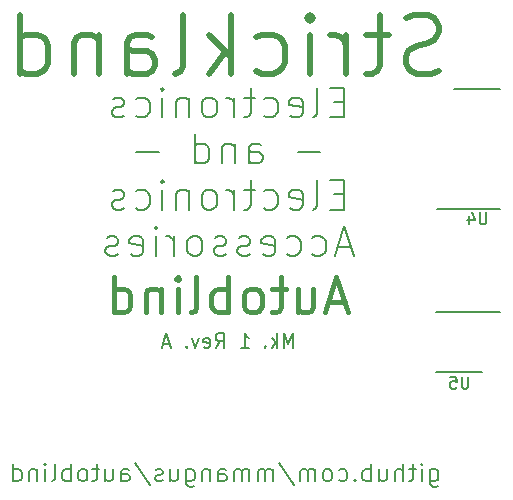
<source format=gbr>
%TF.GenerationSoftware,KiCad,Pcbnew,(5.1.9)-1*%
%TF.CreationDate,2020-12-29T21:02:10-08:00*%
%TF.ProjectId,Autoblind,4175746f-626c-4696-9e64-2e6b69636164,rev?*%
%TF.SameCoordinates,Original*%
%TF.FileFunction,Legend,Bot*%
%TF.FilePolarity,Positive*%
%FSLAX46Y46*%
G04 Gerber Fmt 4.6, Leading zero omitted, Abs format (unit mm)*
G04 Created by KiCad (PCBNEW (5.1.9)-1) date 2020-12-29 21:02:10*
%MOMM*%
%LPD*%
G01*
G04 APERTURE LIST*
%ADD10C,0.160000*%
%ADD11C,0.400000*%
%ADD12C,0.500000*%
G04 APERTURE END LIST*
D10*
X72033714Y-119668857D02*
X72033714Y-118468857D01*
X71633714Y-119326000D01*
X71233714Y-118468857D01*
X71233714Y-119668857D01*
X70662285Y-119668857D02*
X70662285Y-118468857D01*
X70548000Y-119211714D02*
X70205142Y-119668857D01*
X70205142Y-118868857D02*
X70662285Y-119326000D01*
X69690857Y-119554571D02*
X69633714Y-119611714D01*
X69690857Y-119668857D01*
X69748000Y-119611714D01*
X69690857Y-119554571D01*
X69690857Y-119668857D01*
X67576571Y-119668857D02*
X68262285Y-119668857D01*
X67919428Y-119668857D02*
X67919428Y-118468857D01*
X68033714Y-118640285D01*
X68148000Y-118754571D01*
X68262285Y-118811714D01*
X65462285Y-119668857D02*
X65862285Y-119097428D01*
X66148000Y-119668857D02*
X66148000Y-118468857D01*
X65690857Y-118468857D01*
X65576571Y-118526000D01*
X65519428Y-118583142D01*
X65462285Y-118697428D01*
X65462285Y-118868857D01*
X65519428Y-118983142D01*
X65576571Y-119040285D01*
X65690857Y-119097428D01*
X66148000Y-119097428D01*
X64490857Y-119611714D02*
X64605142Y-119668857D01*
X64833714Y-119668857D01*
X64948000Y-119611714D01*
X65005142Y-119497428D01*
X65005142Y-119040285D01*
X64948000Y-118926000D01*
X64833714Y-118868857D01*
X64605142Y-118868857D01*
X64490857Y-118926000D01*
X64433714Y-119040285D01*
X64433714Y-119154571D01*
X65005142Y-119268857D01*
X64033714Y-118868857D02*
X63748000Y-119668857D01*
X63462285Y-118868857D01*
X63005142Y-119554571D02*
X62948000Y-119611714D01*
X63005142Y-119668857D01*
X63062285Y-119611714D01*
X63005142Y-119554571D01*
X63005142Y-119668857D01*
X61576571Y-119326000D02*
X61005142Y-119326000D01*
X61690857Y-119668857D02*
X61290857Y-118468857D01*
X60890857Y-119668857D01*
X83615428Y-129980571D02*
X83615428Y-131194857D01*
X83686857Y-131337714D01*
X83758285Y-131409142D01*
X83901142Y-131480571D01*
X84115428Y-131480571D01*
X84258285Y-131409142D01*
X83615428Y-130909142D02*
X83758285Y-130980571D01*
X84044000Y-130980571D01*
X84186857Y-130909142D01*
X84258285Y-130837714D01*
X84329714Y-130694857D01*
X84329714Y-130266285D01*
X84258285Y-130123428D01*
X84186857Y-130052000D01*
X84044000Y-129980571D01*
X83758285Y-129980571D01*
X83615428Y-130052000D01*
X82901142Y-130980571D02*
X82901142Y-129980571D01*
X82901142Y-129480571D02*
X82972571Y-129552000D01*
X82901142Y-129623428D01*
X82829714Y-129552000D01*
X82901142Y-129480571D01*
X82901142Y-129623428D01*
X82401142Y-129980571D02*
X81829714Y-129980571D01*
X82186857Y-129480571D02*
X82186857Y-130766285D01*
X82115428Y-130909142D01*
X81972571Y-130980571D01*
X81829714Y-130980571D01*
X81329714Y-130980571D02*
X81329714Y-129480571D01*
X80686857Y-130980571D02*
X80686857Y-130194857D01*
X80758285Y-130052000D01*
X80901142Y-129980571D01*
X81115428Y-129980571D01*
X81258285Y-130052000D01*
X81329714Y-130123428D01*
X79329714Y-129980571D02*
X79329714Y-130980571D01*
X79972571Y-129980571D02*
X79972571Y-130766285D01*
X79901142Y-130909142D01*
X79758285Y-130980571D01*
X79544000Y-130980571D01*
X79401142Y-130909142D01*
X79329714Y-130837714D01*
X78615428Y-130980571D02*
X78615428Y-129480571D01*
X78615428Y-130052000D02*
X78472571Y-129980571D01*
X78186857Y-129980571D01*
X78044000Y-130052000D01*
X77972571Y-130123428D01*
X77901142Y-130266285D01*
X77901142Y-130694857D01*
X77972571Y-130837714D01*
X78044000Y-130909142D01*
X78186857Y-130980571D01*
X78472571Y-130980571D01*
X78615428Y-130909142D01*
X77258285Y-130837714D02*
X77186857Y-130909142D01*
X77258285Y-130980571D01*
X77329714Y-130909142D01*
X77258285Y-130837714D01*
X77258285Y-130980571D01*
X75901142Y-130909142D02*
X76044000Y-130980571D01*
X76329714Y-130980571D01*
X76472571Y-130909142D01*
X76544000Y-130837714D01*
X76615428Y-130694857D01*
X76615428Y-130266285D01*
X76544000Y-130123428D01*
X76472571Y-130052000D01*
X76329714Y-129980571D01*
X76044000Y-129980571D01*
X75901142Y-130052000D01*
X75044000Y-130980571D02*
X75186857Y-130909142D01*
X75258285Y-130837714D01*
X75329714Y-130694857D01*
X75329714Y-130266285D01*
X75258285Y-130123428D01*
X75186857Y-130052000D01*
X75044000Y-129980571D01*
X74829714Y-129980571D01*
X74686857Y-130052000D01*
X74615428Y-130123428D01*
X74544000Y-130266285D01*
X74544000Y-130694857D01*
X74615428Y-130837714D01*
X74686857Y-130909142D01*
X74829714Y-130980571D01*
X75044000Y-130980571D01*
X73901142Y-130980571D02*
X73901142Y-129980571D01*
X73901142Y-130123428D02*
X73829714Y-130052000D01*
X73686857Y-129980571D01*
X73472571Y-129980571D01*
X73329714Y-130052000D01*
X73258285Y-130194857D01*
X73258285Y-130980571D01*
X73258285Y-130194857D02*
X73186857Y-130052000D01*
X73044000Y-129980571D01*
X72829714Y-129980571D01*
X72686857Y-130052000D01*
X72615428Y-130194857D01*
X72615428Y-130980571D01*
X70829714Y-129409142D02*
X72115428Y-131337714D01*
X70329714Y-130980571D02*
X70329714Y-129980571D01*
X70329714Y-130123428D02*
X70258285Y-130052000D01*
X70115428Y-129980571D01*
X69901142Y-129980571D01*
X69758285Y-130052000D01*
X69686857Y-130194857D01*
X69686857Y-130980571D01*
X69686857Y-130194857D02*
X69615428Y-130052000D01*
X69472571Y-129980571D01*
X69258285Y-129980571D01*
X69115428Y-130052000D01*
X69044000Y-130194857D01*
X69044000Y-130980571D01*
X68329714Y-130980571D02*
X68329714Y-129980571D01*
X68329714Y-130123428D02*
X68258285Y-130052000D01*
X68115428Y-129980571D01*
X67901142Y-129980571D01*
X67758285Y-130052000D01*
X67686857Y-130194857D01*
X67686857Y-130980571D01*
X67686857Y-130194857D02*
X67615428Y-130052000D01*
X67472571Y-129980571D01*
X67258285Y-129980571D01*
X67115428Y-130052000D01*
X67044000Y-130194857D01*
X67044000Y-130980571D01*
X65686857Y-130980571D02*
X65686857Y-130194857D01*
X65758285Y-130052000D01*
X65901142Y-129980571D01*
X66186857Y-129980571D01*
X66329714Y-130052000D01*
X65686857Y-130909142D02*
X65829714Y-130980571D01*
X66186857Y-130980571D01*
X66329714Y-130909142D01*
X66401142Y-130766285D01*
X66401142Y-130623428D01*
X66329714Y-130480571D01*
X66186857Y-130409142D01*
X65829714Y-130409142D01*
X65686857Y-130337714D01*
X64972571Y-129980571D02*
X64972571Y-130980571D01*
X64972571Y-130123428D02*
X64901142Y-130052000D01*
X64758285Y-129980571D01*
X64543999Y-129980571D01*
X64401142Y-130052000D01*
X64329714Y-130194857D01*
X64329714Y-130980571D01*
X62972571Y-129980571D02*
X62972571Y-131194857D01*
X63043999Y-131337714D01*
X63115428Y-131409142D01*
X63258285Y-131480571D01*
X63472571Y-131480571D01*
X63615428Y-131409142D01*
X62972571Y-130909142D02*
X63115428Y-130980571D01*
X63401142Y-130980571D01*
X63543999Y-130909142D01*
X63615428Y-130837714D01*
X63686857Y-130694857D01*
X63686857Y-130266285D01*
X63615428Y-130123428D01*
X63543999Y-130052000D01*
X63401142Y-129980571D01*
X63115428Y-129980571D01*
X62972571Y-130052000D01*
X61615428Y-129980571D02*
X61615428Y-130980571D01*
X62258285Y-129980571D02*
X62258285Y-130766285D01*
X62186857Y-130909142D01*
X62044000Y-130980571D01*
X61829714Y-130980571D01*
X61686857Y-130909142D01*
X61615428Y-130837714D01*
X60972571Y-130909142D02*
X60829714Y-130980571D01*
X60544000Y-130980571D01*
X60401142Y-130909142D01*
X60329714Y-130766285D01*
X60329714Y-130694857D01*
X60401142Y-130552000D01*
X60544000Y-130480571D01*
X60758285Y-130480571D01*
X60901142Y-130409142D01*
X60972571Y-130266285D01*
X60972571Y-130194857D01*
X60901142Y-130052000D01*
X60758285Y-129980571D01*
X60544000Y-129980571D01*
X60401142Y-130052000D01*
X58615428Y-129409142D02*
X59901142Y-131337714D01*
X57472571Y-130980571D02*
X57472571Y-130194857D01*
X57544000Y-130052000D01*
X57686857Y-129980571D01*
X57972571Y-129980571D01*
X58115428Y-130052000D01*
X57472571Y-130909142D02*
X57615428Y-130980571D01*
X57972571Y-130980571D01*
X58115428Y-130909142D01*
X58186857Y-130766285D01*
X58186857Y-130623428D01*
X58115428Y-130480571D01*
X57972571Y-130409142D01*
X57615428Y-130409142D01*
X57472571Y-130337714D01*
X56115428Y-129980571D02*
X56115428Y-130980571D01*
X56758285Y-129980571D02*
X56758285Y-130766285D01*
X56686857Y-130909142D01*
X56544000Y-130980571D01*
X56329714Y-130980571D01*
X56186857Y-130909142D01*
X56115428Y-130837714D01*
X55615428Y-129980571D02*
X55044000Y-129980571D01*
X55401142Y-129480571D02*
X55401142Y-130766285D01*
X55329714Y-130909142D01*
X55186857Y-130980571D01*
X55044000Y-130980571D01*
X54329714Y-130980571D02*
X54472571Y-130909142D01*
X54544000Y-130837714D01*
X54615428Y-130694857D01*
X54615428Y-130266285D01*
X54544000Y-130123428D01*
X54472571Y-130052000D01*
X54329714Y-129980571D01*
X54115428Y-129980571D01*
X53972571Y-130052000D01*
X53901142Y-130123428D01*
X53829714Y-130266285D01*
X53829714Y-130694857D01*
X53901142Y-130837714D01*
X53972571Y-130909142D01*
X54115428Y-130980571D01*
X54329714Y-130980571D01*
X53186857Y-130980571D02*
X53186857Y-129480571D01*
X53186857Y-130052000D02*
X53044000Y-129980571D01*
X52758285Y-129980571D01*
X52615428Y-130052000D01*
X52544000Y-130123428D01*
X52472571Y-130266285D01*
X52472571Y-130694857D01*
X52544000Y-130837714D01*
X52615428Y-130909142D01*
X52758285Y-130980571D01*
X53044000Y-130980571D01*
X53186857Y-130909142D01*
X51615428Y-130980571D02*
X51758285Y-130909142D01*
X51829714Y-130766285D01*
X51829714Y-129480571D01*
X51044000Y-130980571D02*
X51044000Y-129980571D01*
X51044000Y-129480571D02*
X51115428Y-129552000D01*
X51044000Y-129623428D01*
X50972571Y-129552000D01*
X51044000Y-129480571D01*
X51044000Y-129623428D01*
X50329714Y-129980571D02*
X50329714Y-130980571D01*
X50329714Y-130123428D02*
X50258285Y-130052000D01*
X50115428Y-129980571D01*
X49901142Y-129980571D01*
X49758285Y-130052000D01*
X49686857Y-130194857D01*
X49686857Y-130980571D01*
X48329714Y-130980571D02*
X48329714Y-129480571D01*
X48329714Y-130909142D02*
X48472571Y-130980571D01*
X48758285Y-130980571D01*
X48901142Y-130909142D01*
X48972571Y-130837714D01*
X49044000Y-130694857D01*
X49044000Y-130266285D01*
X48972571Y-130123428D01*
X48901142Y-130052000D01*
X48758285Y-129980571D01*
X48472571Y-129980571D01*
X48329714Y-130052000D01*
D11*
X76405142Y-115816000D02*
X74976571Y-115816000D01*
X76690857Y-116673142D02*
X75690857Y-113673142D01*
X74690857Y-116673142D01*
X72405142Y-114673142D02*
X72405142Y-116673142D01*
X73690857Y-114673142D02*
X73690857Y-116244571D01*
X73548000Y-116530285D01*
X73262285Y-116673142D01*
X72833714Y-116673142D01*
X72548000Y-116530285D01*
X72405142Y-116387428D01*
X71405142Y-114673142D02*
X70262285Y-114673142D01*
X70976571Y-113673142D02*
X70976571Y-116244571D01*
X70833714Y-116530285D01*
X70548000Y-116673142D01*
X70262285Y-116673142D01*
X68833714Y-116673142D02*
X69119428Y-116530285D01*
X69262285Y-116387428D01*
X69405142Y-116101714D01*
X69405142Y-115244571D01*
X69262285Y-114958857D01*
X69119428Y-114816000D01*
X68833714Y-114673142D01*
X68405142Y-114673142D01*
X68119428Y-114816000D01*
X67976571Y-114958857D01*
X67833714Y-115244571D01*
X67833714Y-116101714D01*
X67976571Y-116387428D01*
X68119428Y-116530285D01*
X68405142Y-116673142D01*
X68833714Y-116673142D01*
X66548000Y-116673142D02*
X66548000Y-113673142D01*
X66548000Y-114816000D02*
X66262285Y-114673142D01*
X65690857Y-114673142D01*
X65405142Y-114816000D01*
X65262285Y-114958857D01*
X65119428Y-115244571D01*
X65119428Y-116101714D01*
X65262285Y-116387428D01*
X65405142Y-116530285D01*
X65690857Y-116673142D01*
X66262285Y-116673142D01*
X66548000Y-116530285D01*
X63405142Y-116673142D02*
X63690857Y-116530285D01*
X63833714Y-116244571D01*
X63833714Y-113673142D01*
X62262285Y-116673142D02*
X62262285Y-114673142D01*
X62262285Y-113673142D02*
X62405142Y-113816000D01*
X62262285Y-113958857D01*
X62119428Y-113816000D01*
X62262285Y-113673142D01*
X62262285Y-113958857D01*
X60833714Y-114673142D02*
X60833714Y-116673142D01*
X60833714Y-114958857D02*
X60690857Y-114816000D01*
X60405142Y-114673142D01*
X59976571Y-114673142D01*
X59690857Y-114816000D01*
X59548000Y-115101714D01*
X59548000Y-116673142D01*
X56833714Y-116673142D02*
X56833714Y-113673142D01*
X56833714Y-116530285D02*
X57119428Y-116673142D01*
X57690857Y-116673142D01*
X57976571Y-116530285D01*
X58119428Y-116387428D01*
X58262285Y-116101714D01*
X58262285Y-115244571D01*
X58119428Y-114958857D01*
X57976571Y-114816000D01*
X57690857Y-114673142D01*
X57119428Y-114673142D01*
X56833714Y-114816000D01*
D10*
X76309904Y-98858428D02*
X75476571Y-98858428D01*
X75119428Y-100167952D02*
X76309904Y-100167952D01*
X76309904Y-97667952D01*
X75119428Y-97667952D01*
X73690857Y-100167952D02*
X73928952Y-100048904D01*
X74048000Y-99810809D01*
X74048000Y-97667952D01*
X71786095Y-100048904D02*
X72024190Y-100167952D01*
X72500380Y-100167952D01*
X72738476Y-100048904D01*
X72857523Y-99810809D01*
X72857523Y-98858428D01*
X72738476Y-98620333D01*
X72500380Y-98501285D01*
X72024190Y-98501285D01*
X71786095Y-98620333D01*
X71667047Y-98858428D01*
X71667047Y-99096523D01*
X72857523Y-99334619D01*
X69524190Y-100048904D02*
X69762285Y-100167952D01*
X70238476Y-100167952D01*
X70476571Y-100048904D01*
X70595619Y-99929857D01*
X70714666Y-99691761D01*
X70714666Y-98977476D01*
X70595619Y-98739380D01*
X70476571Y-98620333D01*
X70238476Y-98501285D01*
X69762285Y-98501285D01*
X69524190Y-98620333D01*
X68809904Y-98501285D02*
X67857523Y-98501285D01*
X68452761Y-97667952D02*
X68452761Y-99810809D01*
X68333714Y-100048904D01*
X68095619Y-100167952D01*
X67857523Y-100167952D01*
X67024190Y-100167952D02*
X67024190Y-98501285D01*
X67024190Y-98977476D02*
X66905142Y-98739380D01*
X66786095Y-98620333D01*
X66548000Y-98501285D01*
X66309904Y-98501285D01*
X65119428Y-100167952D02*
X65357523Y-100048904D01*
X65476571Y-99929857D01*
X65595619Y-99691761D01*
X65595619Y-98977476D01*
X65476571Y-98739380D01*
X65357523Y-98620333D01*
X65119428Y-98501285D01*
X64762285Y-98501285D01*
X64524190Y-98620333D01*
X64405142Y-98739380D01*
X64286095Y-98977476D01*
X64286095Y-99691761D01*
X64405142Y-99929857D01*
X64524190Y-100048904D01*
X64762285Y-100167952D01*
X65119428Y-100167952D01*
X63214666Y-98501285D02*
X63214666Y-100167952D01*
X63214666Y-98739380D02*
X63095619Y-98620333D01*
X62857523Y-98501285D01*
X62500380Y-98501285D01*
X62262285Y-98620333D01*
X62143238Y-98858428D01*
X62143238Y-100167952D01*
X60952761Y-100167952D02*
X60952761Y-98501285D01*
X60952761Y-97667952D02*
X61071809Y-97787000D01*
X60952761Y-97906047D01*
X60833714Y-97787000D01*
X60952761Y-97667952D01*
X60952761Y-97906047D01*
X58690857Y-100048904D02*
X58928952Y-100167952D01*
X59405142Y-100167952D01*
X59643238Y-100048904D01*
X59762285Y-99929857D01*
X59881333Y-99691761D01*
X59881333Y-98977476D01*
X59762285Y-98739380D01*
X59643238Y-98620333D01*
X59405142Y-98501285D01*
X58928952Y-98501285D01*
X58690857Y-98620333D01*
X57738476Y-100048904D02*
X57500380Y-100167952D01*
X57024190Y-100167952D01*
X56786095Y-100048904D01*
X56667047Y-99810809D01*
X56667047Y-99691761D01*
X56786095Y-99453666D01*
X57024190Y-99334619D01*
X57381333Y-99334619D01*
X57619428Y-99215571D01*
X57738476Y-98977476D01*
X57738476Y-98858428D01*
X57619428Y-98620333D01*
X57381333Y-98501285D01*
X57024190Y-98501285D01*
X56786095Y-98620333D01*
X74345619Y-103125571D02*
X72440857Y-103125571D01*
X68274190Y-104077952D02*
X68274190Y-102768428D01*
X68393238Y-102530333D01*
X68631333Y-102411285D01*
X69107523Y-102411285D01*
X69345619Y-102530333D01*
X68274190Y-103958904D02*
X68512285Y-104077952D01*
X69107523Y-104077952D01*
X69345619Y-103958904D01*
X69464666Y-103720809D01*
X69464666Y-103482714D01*
X69345619Y-103244619D01*
X69107523Y-103125571D01*
X68512285Y-103125571D01*
X68274190Y-103006523D01*
X67083714Y-102411285D02*
X67083714Y-104077952D01*
X67083714Y-102649380D02*
X66964666Y-102530333D01*
X66726571Y-102411285D01*
X66369428Y-102411285D01*
X66131333Y-102530333D01*
X66012285Y-102768428D01*
X66012285Y-104077952D01*
X63750380Y-104077952D02*
X63750380Y-101577952D01*
X63750380Y-103958904D02*
X63988476Y-104077952D01*
X64464666Y-104077952D01*
X64702761Y-103958904D01*
X64821809Y-103839857D01*
X64940857Y-103601761D01*
X64940857Y-102887476D01*
X64821809Y-102649380D01*
X64702761Y-102530333D01*
X64464666Y-102411285D01*
X63988476Y-102411285D01*
X63750380Y-102530333D01*
X60655142Y-103125571D02*
X58750380Y-103125571D01*
X76309904Y-106678428D02*
X75476571Y-106678428D01*
X75119428Y-107987952D02*
X76309904Y-107987952D01*
X76309904Y-105487952D01*
X75119428Y-105487952D01*
X73690857Y-107987952D02*
X73928952Y-107868904D01*
X74048000Y-107630809D01*
X74048000Y-105487952D01*
X71786095Y-107868904D02*
X72024190Y-107987952D01*
X72500380Y-107987952D01*
X72738476Y-107868904D01*
X72857523Y-107630809D01*
X72857523Y-106678428D01*
X72738476Y-106440333D01*
X72500380Y-106321285D01*
X72024190Y-106321285D01*
X71786095Y-106440333D01*
X71667047Y-106678428D01*
X71667047Y-106916523D01*
X72857523Y-107154619D01*
X69524190Y-107868904D02*
X69762285Y-107987952D01*
X70238476Y-107987952D01*
X70476571Y-107868904D01*
X70595619Y-107749857D01*
X70714666Y-107511761D01*
X70714666Y-106797476D01*
X70595619Y-106559380D01*
X70476571Y-106440333D01*
X70238476Y-106321285D01*
X69762285Y-106321285D01*
X69524190Y-106440333D01*
X68809904Y-106321285D02*
X67857523Y-106321285D01*
X68452761Y-105487952D02*
X68452761Y-107630809D01*
X68333714Y-107868904D01*
X68095619Y-107987952D01*
X67857523Y-107987952D01*
X67024190Y-107987952D02*
X67024190Y-106321285D01*
X67024190Y-106797476D02*
X66905142Y-106559380D01*
X66786095Y-106440333D01*
X66548000Y-106321285D01*
X66309904Y-106321285D01*
X65119428Y-107987952D02*
X65357523Y-107868904D01*
X65476571Y-107749857D01*
X65595619Y-107511761D01*
X65595619Y-106797476D01*
X65476571Y-106559380D01*
X65357523Y-106440333D01*
X65119428Y-106321285D01*
X64762285Y-106321285D01*
X64524190Y-106440333D01*
X64405142Y-106559380D01*
X64286095Y-106797476D01*
X64286095Y-107511761D01*
X64405142Y-107749857D01*
X64524190Y-107868904D01*
X64762285Y-107987952D01*
X65119428Y-107987952D01*
X63214666Y-106321285D02*
X63214666Y-107987952D01*
X63214666Y-106559380D02*
X63095619Y-106440333D01*
X62857523Y-106321285D01*
X62500380Y-106321285D01*
X62262285Y-106440333D01*
X62143238Y-106678428D01*
X62143238Y-107987952D01*
X60952761Y-107987952D02*
X60952761Y-106321285D01*
X60952761Y-105487952D02*
X61071809Y-105607000D01*
X60952761Y-105726047D01*
X60833714Y-105607000D01*
X60952761Y-105487952D01*
X60952761Y-105726047D01*
X58690857Y-107868904D02*
X58928952Y-107987952D01*
X59405142Y-107987952D01*
X59643238Y-107868904D01*
X59762285Y-107749857D01*
X59881333Y-107511761D01*
X59881333Y-106797476D01*
X59762285Y-106559380D01*
X59643238Y-106440333D01*
X59405142Y-106321285D01*
X58928952Y-106321285D01*
X58690857Y-106440333D01*
X57738476Y-107868904D02*
X57500380Y-107987952D01*
X57024190Y-107987952D01*
X56786095Y-107868904D01*
X56667047Y-107630809D01*
X56667047Y-107511761D01*
X56786095Y-107273666D01*
X57024190Y-107154619D01*
X57381333Y-107154619D01*
X57619428Y-107035571D01*
X57738476Y-106797476D01*
X57738476Y-106678428D01*
X57619428Y-106440333D01*
X57381333Y-106321285D01*
X57024190Y-106321285D01*
X56786095Y-106440333D01*
X76964666Y-111183666D02*
X75774190Y-111183666D01*
X77202761Y-111897952D02*
X76369428Y-109397952D01*
X75536095Y-111897952D01*
X73631333Y-111778904D02*
X73869428Y-111897952D01*
X74345619Y-111897952D01*
X74583714Y-111778904D01*
X74702761Y-111659857D01*
X74821809Y-111421761D01*
X74821809Y-110707476D01*
X74702761Y-110469380D01*
X74583714Y-110350333D01*
X74345619Y-110231285D01*
X73869428Y-110231285D01*
X73631333Y-110350333D01*
X71488476Y-111778904D02*
X71726571Y-111897952D01*
X72202761Y-111897952D01*
X72440857Y-111778904D01*
X72559904Y-111659857D01*
X72678952Y-111421761D01*
X72678952Y-110707476D01*
X72559904Y-110469380D01*
X72440857Y-110350333D01*
X72202761Y-110231285D01*
X71726571Y-110231285D01*
X71488476Y-110350333D01*
X69464666Y-111778904D02*
X69702761Y-111897952D01*
X70178952Y-111897952D01*
X70417047Y-111778904D01*
X70536095Y-111540809D01*
X70536095Y-110588428D01*
X70417047Y-110350333D01*
X70178952Y-110231285D01*
X69702761Y-110231285D01*
X69464666Y-110350333D01*
X69345619Y-110588428D01*
X69345619Y-110826523D01*
X70536095Y-111064619D01*
X68393238Y-111778904D02*
X68155142Y-111897952D01*
X67678952Y-111897952D01*
X67440857Y-111778904D01*
X67321809Y-111540809D01*
X67321809Y-111421761D01*
X67440857Y-111183666D01*
X67678952Y-111064619D01*
X68036095Y-111064619D01*
X68274190Y-110945571D01*
X68393238Y-110707476D01*
X68393238Y-110588428D01*
X68274190Y-110350333D01*
X68036095Y-110231285D01*
X67678952Y-110231285D01*
X67440857Y-110350333D01*
X66369428Y-111778904D02*
X66131333Y-111897952D01*
X65655142Y-111897952D01*
X65417047Y-111778904D01*
X65298000Y-111540809D01*
X65298000Y-111421761D01*
X65417047Y-111183666D01*
X65655142Y-111064619D01*
X66012285Y-111064619D01*
X66250380Y-110945571D01*
X66369428Y-110707476D01*
X66369428Y-110588428D01*
X66250380Y-110350333D01*
X66012285Y-110231285D01*
X65655142Y-110231285D01*
X65417047Y-110350333D01*
X63869428Y-111897952D02*
X64107523Y-111778904D01*
X64226571Y-111659857D01*
X64345619Y-111421761D01*
X64345619Y-110707476D01*
X64226571Y-110469380D01*
X64107523Y-110350333D01*
X63869428Y-110231285D01*
X63512285Y-110231285D01*
X63274190Y-110350333D01*
X63155142Y-110469380D01*
X63036095Y-110707476D01*
X63036095Y-111421761D01*
X63155142Y-111659857D01*
X63274190Y-111778904D01*
X63512285Y-111897952D01*
X63869428Y-111897952D01*
X61964666Y-111897952D02*
X61964666Y-110231285D01*
X61964666Y-110707476D02*
X61845619Y-110469380D01*
X61726571Y-110350333D01*
X61488476Y-110231285D01*
X61250380Y-110231285D01*
X60417047Y-111897952D02*
X60417047Y-110231285D01*
X60417047Y-109397952D02*
X60536095Y-109517000D01*
X60417047Y-109636047D01*
X60298000Y-109517000D01*
X60417047Y-109397952D01*
X60417047Y-109636047D01*
X58274190Y-111778904D02*
X58512285Y-111897952D01*
X58988476Y-111897952D01*
X59226571Y-111778904D01*
X59345619Y-111540809D01*
X59345619Y-110588428D01*
X59226571Y-110350333D01*
X58988476Y-110231285D01*
X58512285Y-110231285D01*
X58274190Y-110350333D01*
X58155142Y-110588428D01*
X58155142Y-110826523D01*
X59345619Y-111064619D01*
X57202761Y-111778904D02*
X56964666Y-111897952D01*
X56488476Y-111897952D01*
X56250380Y-111778904D01*
X56131333Y-111540809D01*
X56131333Y-111421761D01*
X56250380Y-111183666D01*
X56488476Y-111064619D01*
X56845619Y-111064619D01*
X57083714Y-110945571D01*
X57202761Y-110707476D01*
X57202761Y-110588428D01*
X57083714Y-110350333D01*
X56845619Y-110231285D01*
X56488476Y-110231285D01*
X56250380Y-110350333D01*
D12*
X84405142Y-96257809D02*
X83690857Y-96495904D01*
X82500380Y-96495904D01*
X82024190Y-96257809D01*
X81786095Y-96019714D01*
X81548000Y-95543523D01*
X81548000Y-95067333D01*
X81786095Y-94591142D01*
X82024190Y-94353047D01*
X82500380Y-94114952D01*
X83452761Y-93876857D01*
X83928952Y-93638761D01*
X84167047Y-93400666D01*
X84405142Y-92924476D01*
X84405142Y-92448285D01*
X84167047Y-91972095D01*
X83928952Y-91734000D01*
X83452761Y-91495904D01*
X82262285Y-91495904D01*
X81548000Y-91734000D01*
X80119428Y-93162571D02*
X78214666Y-93162571D01*
X79405142Y-91495904D02*
X79405142Y-95781619D01*
X79167047Y-96257809D01*
X78690857Y-96495904D01*
X78214666Y-96495904D01*
X76548000Y-96495904D02*
X76548000Y-93162571D01*
X76548000Y-94114952D02*
X76309904Y-93638761D01*
X76071809Y-93400666D01*
X75595619Y-93162571D01*
X75119428Y-93162571D01*
X73452761Y-96495904D02*
X73452761Y-93162571D01*
X73452761Y-91495904D02*
X73690857Y-91734000D01*
X73452761Y-91972095D01*
X73214666Y-91734000D01*
X73452761Y-91495904D01*
X73452761Y-91972095D01*
X68928952Y-96257809D02*
X69405142Y-96495904D01*
X70357523Y-96495904D01*
X70833714Y-96257809D01*
X71071809Y-96019714D01*
X71309904Y-95543523D01*
X71309904Y-94114952D01*
X71071809Y-93638761D01*
X70833714Y-93400666D01*
X70357523Y-93162571D01*
X69405142Y-93162571D01*
X68928952Y-93400666D01*
X66786095Y-96495904D02*
X66786095Y-91495904D01*
X66309904Y-94591142D02*
X64881333Y-96495904D01*
X64881333Y-93162571D02*
X66786095Y-95067333D01*
X62024190Y-96495904D02*
X62500380Y-96257809D01*
X62738476Y-95781619D01*
X62738476Y-91495904D01*
X57976571Y-96495904D02*
X57976571Y-93876857D01*
X58214666Y-93400666D01*
X58690857Y-93162571D01*
X59643238Y-93162571D01*
X60119428Y-93400666D01*
X57976571Y-96257809D02*
X58452761Y-96495904D01*
X59643238Y-96495904D01*
X60119428Y-96257809D01*
X60357523Y-95781619D01*
X60357523Y-95305428D01*
X60119428Y-94829238D01*
X59643238Y-94591142D01*
X58452761Y-94591142D01*
X57976571Y-94353047D01*
X55595619Y-93162571D02*
X55595619Y-96495904D01*
X55595619Y-93638761D02*
X55357523Y-93400666D01*
X54881333Y-93162571D01*
X54167047Y-93162571D01*
X53690857Y-93400666D01*
X53452761Y-93876857D01*
X53452761Y-96495904D01*
X48928952Y-96495904D02*
X48928952Y-91495904D01*
X48928952Y-96257809D02*
X49405142Y-96495904D01*
X50357523Y-96495904D01*
X50833714Y-96257809D01*
X51071809Y-96019714D01*
X51309904Y-95543523D01*
X51309904Y-94114952D01*
X51071809Y-93638761D01*
X50833714Y-93400666D01*
X50357523Y-93162571D01*
X49405142Y-93162571D01*
X48928952Y-93400666D01*
D10*
%TO.C,U5*%
X86054999Y-121754999D02*
X84104999Y-121754999D01*
X86054999Y-121754999D02*
X88004999Y-121754999D01*
X86054999Y-116634999D02*
X84104999Y-116634999D01*
X86054999Y-116634999D02*
X89504999Y-116634999D01*
%TO.C,U4*%
X87630000Y-97810000D02*
X89580000Y-97810000D01*
X87630000Y-97810000D02*
X85680000Y-97810000D01*
X87630000Y-107930000D02*
X89580000Y-107930000D01*
X87630000Y-107930000D02*
X84180000Y-107930000D01*
%TO.C,U5*%
X86867904Y-122134380D02*
X86867904Y-122943904D01*
X86820285Y-123039142D01*
X86772666Y-123086761D01*
X86677428Y-123134380D01*
X86486952Y-123134380D01*
X86391714Y-123086761D01*
X86344095Y-123039142D01*
X86296476Y-122943904D01*
X86296476Y-122134380D01*
X85344095Y-122134380D02*
X85820285Y-122134380D01*
X85867904Y-122610571D01*
X85820285Y-122562952D01*
X85725047Y-122515333D01*
X85486952Y-122515333D01*
X85391714Y-122562952D01*
X85344095Y-122610571D01*
X85296476Y-122705809D01*
X85296476Y-122943904D01*
X85344095Y-123039142D01*
X85391714Y-123086761D01*
X85486952Y-123134380D01*
X85725047Y-123134380D01*
X85820285Y-123086761D01*
X85867904Y-123039142D01*
%TO.C,U4*%
X88391904Y-108222380D02*
X88391904Y-109031904D01*
X88344285Y-109127142D01*
X88296666Y-109174761D01*
X88201428Y-109222380D01*
X88010952Y-109222380D01*
X87915714Y-109174761D01*
X87868095Y-109127142D01*
X87820476Y-109031904D01*
X87820476Y-108222380D01*
X86915714Y-108555714D02*
X86915714Y-109222380D01*
X87153809Y-108174761D02*
X87391904Y-108889047D01*
X86772857Y-108889047D01*
%TD*%
M02*

</source>
